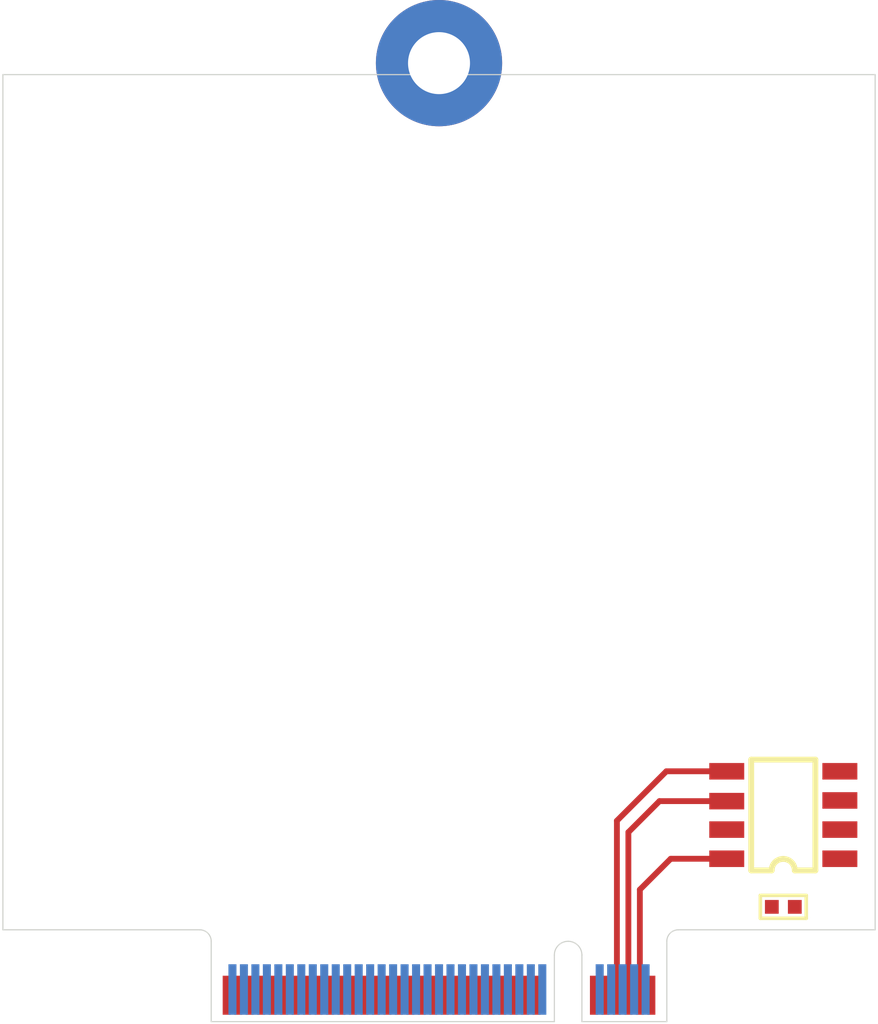
<source format=kicad_pcb>
(kicad_pcb (version 20240108) (generator "pcbnew") (generator_version "8.0")
  (layers (0 "F.Cu" signal "Top Layer") (31 "B.Cu" signal "Bottom Layer") (34 "B.Paste" user "Bottom Paste") (35 "F.Paste" user "Top Paste") (36 "B.SilkS" user "Bottom Overlay") (37 "F.SilkS" user "Top Overlay") (38 "B.Mask" user "Bottom Solder") (39 "F.Mask" user "Top Solder") (44 "Edge.Cuts" user))
  (net 0 "")
  (net 1 "VTREF")
  (net 2 "VIN")
  (net 3 "TRACED3")
  (net 4 "TRACED2")
  (net 5 "TRACED1")
  (net 6 "TRACED0")
  (net 7 "TRACECLK")
  (net 8 "NRST")
  (net 9 "JTMS")
  (net 10 "JTDO")
  (net 11 "JTDI")
  (net 12 "JTCK")
  (net 13 "GPIO7")
  (net 14 "GPIO6")
  (net 15 "GPIO5")
  (net 16 "GPIO4")
  (net 17 "GPIO3")
  (net 18 "GPIO2")
  (net 19 "GPIO1")
  (net 20 "GPIO0")
  (net 21 "D_P")
  (net 22 "D_N")
  (net 23 "GND")
  (net 24 "MGMT_SCL")
  (net 25 "MGMT_SDA")
  (net 26 "VMGMT")
  (footprint "misc.IntLib:0402" (layer "F.Cu") (at 163.5011 120.6286 180)
    (property "Reference" "C1" (hide yes))
    (property "Value" "100nF" (hide yes))
    (fp_line (start 1 0.5) (end -1 0.5) (stroke (width 0.1524)) (layer "F.SilkS"))
    (fp_line (start 1 -0.5) (end 1 0.5) (stroke (width 0.1524)) (layer "F.SilkS"))
    (fp_line (start 1 -0.5) (end -1 -0.5) (stroke (width 0.1524)) (layer "F.SilkS"))
    (fp_line (start -1 -0.5) (end -1 0.5) (stroke (width 0.1524)) (layer "F.SilkS"))
    (pad "1" smd rect (at -0.5 0 180) (size 0.6 0.6) (layers "F.Cu" "F.Paste" "F.Mask") (net 23 "GND"))
    (pad "2" smd rect (at 0.5 0 180) (size 0.6 0.6) (layers "F.Cu" "F.Paste" "F.Mask") (net 26 "VMGMT"))
  )
  (footprint "" (layer "F.Cu") (at 148.5011 83.8786)
    (property "Reference" "" (at 0 0 0) (layer "F.SilkS") (effects (font (size 1.27 1.27))))
    (property "Value" "")
    (pad "" thru_hole circle (at 0 0) (size 5.5 5.5) (drill 2.7) (layers "*.Cu" "*.Mask"))
  )
  (footprint "misc.IntLib:M.2_B_EDGE" (layer "F.Cu") (at 148.5011 121.6286)
    (property "Reference" "P1" (hide yes))
    (property "Value" "M.2_B" (hide yes))
    (pad "1" smd rect (at 9.25 2.85 180) (size 0.35 1.7) (layers "F.Cu" "F.Paste" "F.Mask") (net 23 "GND"))
    (pad "2" smd rect (at 9 2.6 180) (size 0.35 2.2) (layers "B.Cu" "B.Paste" "B.Mask") (net 23 "GND"))
    (pad "3" smd rect (at 8.75 2.85 180) (size 0.35 1.7) (layers "F.Cu" "F.Paste" "F.Mask") (net 26 "VMGMT"))
    (pad "4" smd rect (at 8.5 2.6 180) (size 0.35 2.2) (layers "B.Cu" "B.Paste" "B.Mask") (net 2 "VIN"))
    (pad "5" smd rect (at 8.25 2.85 180) (size 0.35 1.7) (layers "F.Cu" "F.Paste" "F.Mask") (net 24 "MGMT_SCL"))
    (pad "6" smd rect (at 8 2.6 180) (size 0.35 2.2) (layers "B.Cu" "B.Paste" "B.Mask") (net 2 "VIN"))
    (pad "7" smd rect (at 7.75 2.85 180) (size 0.35 1.7) (layers "F.Cu" "F.Paste" "F.Mask") (net 25 "MGMT_SDA"))
    (pad "8" smd rect (at 7.5 2.6 180) (size 0.35 2.2) (layers "B.Cu" "B.Paste" "B.Mask") (net 1 "VTREF"))
    (pad "9" smd rect (at 7.25 2.85 180) (size 0.35 1.7) (layers "F.Cu" "F.Paste" "F.Mask"))
    (pad "10" smd rect (at 7 2.6 180) (size 0.35 2.2) (layers "B.Cu" "B.Paste" "B.Mask") (net 23 "GND"))
    (pad "11" smd rect (at 6.75 2.85 180) (size 0.35 1.7) (layers "F.Cu" "F.Paste" "F.Mask") (net 23 "GND"))
    (pad "20" smd rect (at 4.5 2.6 180) (size 0.35 2.2) (layers "B.Cu" "B.Paste" "B.Mask") (net 23 "GND"))
    (pad "21" smd rect (at 4.25 2.85 180) (size 0.35 1.7) (layers "F.Cu" "F.Paste" "F.Mask") (net 23 "GND"))
    (pad "22" smd rect (at 4 2.6 180) (size 0.35 2.2) (layers "B.Cu" "B.Paste" "B.Mask") (net 7 "TRACECLK"))
    (pad "23" smd rect (at 3.75 2.85 180) (size 0.35 1.7) (layers "F.Cu" "F.Paste" "F.Mask") (net 9 "JTMS"))
    (pad "24" smd rect (at 3.5 2.6 180) (size 0.35 2.2) (layers "B.Cu" "B.Paste" "B.Mask") (net 6 "TRACED0"))
    (pad "25" smd rect (at 3.25 2.85 180) (size 0.35 1.7) (layers "F.Cu" "F.Paste" "F.Mask") (net 12 "JTCK"))
    (pad "26" smd rect (at 3 2.6 180) (size 0.35 2.2) (layers "B.Cu" "B.Paste" "B.Mask") (net 5 "TRACED1"))
    (pad "27" smd rect (at 2.75 2.85 180) (size 0.35 1.7) (layers "F.Cu" "F.Paste" "F.Mask") (net 10 "JTDO"))
    (pad "28" smd rect (at 2.5 2.6 180) (size 0.35 2.2) (layers "B.Cu" "B.Paste" "B.Mask") (net 4 "TRACED2"))
    (pad "29" smd rect (at 2.25 2.85 180) (size 0.35 1.7) (layers "F.Cu" "F.Paste" "F.Mask") (net 11 "JTDI"))
    (pad "30" smd rect (at 2 2.6 180) (size 0.35 2.2) (layers "B.Cu" "B.Paste" "B.Mask") (net 3 "TRACED3"))
    (pad "31" smd rect (at 1.75 2.85 180) (size 0.35 1.7) (layers "F.Cu" "F.Paste" "F.Mask") (net 8 "NRST"))
    (pad "32" smd rect (at 1.5 2.6 180) (size 0.35 2.2) (layers "B.Cu" "B.Paste" "B.Mask") (net 23 "GND"))
    (pad "33" smd rect (at 1.25 2.85 180) (size 0.35 1.7) (layers "F.Cu" "F.Paste" "F.Mask") (net 23 "GND"))
    (pad "34" smd rect (at 1 2.6 180) (size 0.35 2.2) (layers "B.Cu" "B.Paste" "B.Mask") (net 21 "D_P"))
    (pad "35" smd rect (at 0.75 2.85 180) (size 0.35 1.7) (layers "F.Cu" "F.Paste" "F.Mask"))
    (pad "36" smd rect (at 0.5 2.6 180) (size 0.35 2.2) (layers "B.Cu" "B.Paste" "B.Mask") (net 22 "D_N"))
    (pad "37" smd rect (at 0.25 2.85 180) (size 0.35 1.7) (layers "F.Cu" "F.Paste" "F.Mask"))
    (pad "38" smd rect (at 0 2.6 180) (size 0.35 2.2) (layers "B.Cu" "B.Paste" "B.Mask") (net 23 "GND"))
    (pad "39" smd rect (at -0.25 2.85 180) (size 0.35 1.7) (layers "F.Cu" "F.Paste" "F.Mask") (net 23 "GND"))
    (pad "40" smd rect (at -0.5 2.6 180) (size 0.35 2.2) (layers "B.Cu" "B.Paste" "B.Mask") (net 20 "GPIO0"))
    (pad "41" smd rect (at -0.75 2.85 180) (size 0.35 1.7) (layers "F.Cu" "F.Paste" "F.Mask"))
    (pad "42" smd rect (at -1 2.6 180) (size 0.35 2.2) (layers "B.Cu" "B.Paste" "B.Mask") (net 19 "GPIO1"))
    (pad "43" smd rect (at -1.25 2.85 180) (size 0.35 1.7) (layers "F.Cu" "F.Paste" "F.Mask"))
    (pad "44" smd rect (at -1.5 2.6 180) (size 0.35 2.2) (layers "B.Cu" "B.Paste" "B.Mask") (net 18 "GPIO2"))
    (pad "45" smd rect (at -1.75 2.85 180) (size 0.35 1.7) (layers "F.Cu" "F.Paste" "F.Mask"))
    (pad "46" smd rect (at -2 2.6 180) (size 0.35 2.2) (layers "B.Cu" "B.Paste" "B.Mask") (net 17 "GPIO3"))
    (pad "47" smd rect (at -2.25 2.85 180) (size 0.35 1.7) (layers "F.Cu" "F.Paste" "F.Mask"))
    (pad "48" smd rect (at -2.5 2.6 180) (size 0.35 2.2) (layers "B.Cu" "B.Paste" "B.Mask") (net 16 "GPIO4"))
    (pad "49" smd rect (at -2.75 2.85 180) (size 0.35 1.7) (layers "F.Cu" "F.Paste" "F.Mask"))
    (pad "50" smd rect (at -3 2.6 180) (size 0.35 2.2) (layers "B.Cu" "B.Paste" "B.Mask") (net 15 "GPIO5"))
    (pad "51" smd rect (at -3.25 2.85 180) (size 0.35 1.7) (layers "F.Cu" "F.Paste" "F.Mask"))
    (pad "52" smd rect (at -3.5 2.6 180) (size 0.35 2.2) (layers "B.Cu" "B.Paste" "B.Mask") (net 14 "GPIO6"))
    (pad "53" smd rect (at -3.75 2.85 180) (size 0.35 1.7) (layers "F.Cu" "F.Paste" "F.Mask"))
    (pad "54" smd rect (at -4 2.6 180) (size 0.35 2.2) (layers "B.Cu" "B.Paste" "B.Mask") (net 13 "GPIO7"))
    (pad "55" smd rect (at -4.25 2.85 180) (size 0.35 1.7) (layers "F.Cu" "F.Paste" "F.Mask"))
    (pad "56" smd rect (at -4.5 2.6 180) (size 0.35 2.2) (layers "B.Cu" "B.Paste" "B.Mask") (net 23 "GND"))
    (pad "57" smd rect (at -4.75 2.85 180) (size 0.35 1.7) (layers "F.Cu" "F.Paste" "F.Mask") (net 23 "GND"))
    (pad "58" smd rect (at -5 2.6 180) (size 0.35 2.2) (layers "B.Cu" "B.Paste" "B.Mask"))
    (pad "59" smd rect (at -5.25 2.85 180) (size 0.35 1.7) (layers "F.Cu" "F.Paste" "F.Mask"))
    (pad "60" smd rect (at -5.5 2.6 180) (size 0.35 2.2) (layers "B.Cu" "B.Paste" "B.Mask"))
    (pad "61" smd rect (at -5.75 2.85 180) (size 0.35 1.7) (layers "F.Cu" "F.Paste" "F.Mask"))
    (pad "62" smd rect (at -6 2.6 180) (size 0.35 2.2) (layers "B.Cu" "B.Paste" "B.Mask"))
    (pad "63" smd rect (at -6.25 2.85 180) (size 0.35 1.7) (layers "F.Cu" "F.Paste" "F.Mask"))
    (pad "64" smd rect (at -6.5 2.6 180) (size 0.35 2.2) (layers "B.Cu" "B.Paste" "B.Mask"))
    (pad "65" smd rect (at -6.75 2.85 180) (size 0.35 1.7) (layers "F.Cu" "F.Paste" "F.Mask"))
    (pad "66" smd rect (at -7 2.6 180) (size 0.35 2.2) (layers "B.Cu" "B.Paste" "B.Mask"))
    (pad "67" smd rect (at -7.25 2.85 180) (size 0.35 1.7) (layers "F.Cu" "F.Paste" "F.Mask"))
    (pad "68" smd rect (at -7.5 2.6 180) (size 0.35 2.2) (layers "B.Cu" "B.Paste" "B.Mask"))
    (pad "69" smd rect (at -7.75 2.85 180) (size 0.35 1.7) (layers "F.Cu" "F.Paste" "F.Mask"))
    (pad "70" smd rect (at -8 2.6 180) (size 0.35 2.2) (layers "B.Cu" "B.Paste" "B.Mask"))
    (pad "71" smd rect (at -8.25 2.85 180) (size 0.35 1.7) (layers "F.Cu" "F.Paste" "F.Mask"))
    (pad "72" smd rect (at -8.5 2.6 180) (size 0.35 2.2) (layers "B.Cu" "B.Paste" "B.Mask"))
    (pad "73" smd rect (at -8.75 2.85 180) (size 0.35 1.7) (layers "F.Cu" "F.Paste" "F.Mask"))
    (pad "74" smd rect (at -9 2.6 180) (size 0.35 2.2) (layers "B.Cu" "B.Paste" "B.Mask") (net 23 "GND"))
    (pad "75" smd rect (at -9.25 2.85 180) (size 0.35 1.7) (layers "F.Cu" "F.Paste" "F.Mask") (net 23 "GND"))
  )
  (footprint "misc.IntLib:SO8" (layer "F.Cu") (at 163.5011 116.6286 90)
    (property "Reference" "U1" (hide yes))
    (property "Value" "24Cxx" (hide yes))
    (fp_line (start 2.413 -1.397) (end 2.413 1.397) (stroke (width 0.254)) (layer "F.SilkS"))
    (fp_line (start -2.413 -1.397) (end 2.413 -1.397) (stroke (width 0.254)) (layer "F.SilkS"))
    (fp_line (start -2.413 -1.397) (end -2.413 -0.508) (stroke (width 0.254)) (layer "F.SilkS"))
    (fp_line (start -2.413 0.5) (end -2.413 1.397) (stroke (width 0.254)) (layer "F.SilkS"))
    (fp_line (start -2.413 1.397) (end 2.413 1.397) (stroke (width 0.254)) (layer "F.SilkS"))
    (fp_arc (start -2.413 -0.508) (mid -2.059447 -0.361553) (end -1.913 -0.008) (stroke (width 0.254)) (layer "F.SilkS"))
    (fp_arc (start -1.913 0) (mid -2.059447 0.353553) (end -2.413 0.5) (stroke (width 0.254)) (layer "F.SilkS"))
    (pad "1" smd rect (at -1.905 2.4638 90) (size 0.72 1.524) (layers "F.Cu" "F.Paste" "F.Mask"))
    (pad "2" smd rect (at -0.635 2.4638 90) (size 0.72 1.524) (layers "F.Cu" "F.Paste" "F.Mask"))
    (pad "3" smd rect (at 0.635 2.4638 90) (size 0.72 1.524) (layers "F.Cu" "F.Paste" "F.Mask"))
    (pad "4" smd rect (at 1.905 2.4638 90) (size 0.72 1.524) (layers "F.Cu" "F.Paste" "F.Mask") (net 23 "GND"))
    (pad "5" smd rect (at 1.905 -2.4638 270) (size 0.72 1.524) (layers "F.Cu" "F.Paste" "F.Mask") (net 25 "MGMT_SDA"))
    (pad "6" smd rect (at 0.605 -2.4638 270) (size 0.72 1.524) (layers "F.Cu" "F.Paste" "F.Mask") (net 24 "MGMT_SCL"))
    (pad "7" smd rect (at -0.635 -2.4638 270) (size 0.72 1.524) (layers "F.Cu" "F.Paste" "F.Mask"))
    (pad "8" smd rect (at -1.905 -2.4638 270) (size 0.72 1.524) (layers "F.Cu" "F.Paste" "F.Mask") (net 26 "VMGMT"))
  )
  (gr_line (start 129.5011 84.3786) (end 167.5011 84.3786) (stroke (width 0.05)) (layer "Edge.Cuts"))
  (gr_line (start 153.5261 125.6286) (end 138.5761 125.6286) (stroke (width 0.05)) (layer "Edge.Cuts"))
  (gr_line (start 158.4261 125.6286) (end 154.7261 125.6286) (stroke (width 0.05)) (layer "Edge.Cuts"))
  (gr_line (start 167.5011 121.6286) (end 158.9261 121.6286) (stroke (width 0.05)) (layer "Edge.Cuts"))
  (gr_arc (start 138.0761 121.6286) (mid 138.429653 121.775047) (end 138.5761 122.1286) (stroke (width 0.05)) (layer "Edge.Cuts"))
  (gr_line (start 167.5011 84.3786) (end 167.5011 121.6286) (stroke (width 0.05)) (layer "Edge.Cuts"))
  (gr_line (start 158.4261 122.1286) (end 158.4261 125.6286) (stroke (width 0.05)) (layer "Edge.Cuts"))
  (gr_arc (start 154.1261 122.1286) (mid 154.550364 122.304336) (end 154.7261 122.7286) (stroke (width 0.05)) (layer "Edge.Cuts"))
  (gr_line (start 138.0761 121.6286) (end 129.5011 121.6286) (stroke (width 0.05)) (layer "Edge.Cuts"))
  (gr_arc (start 158.4261 122.1286) (mid 158.572547 121.775047) (end 158.9261 121.6286) (stroke (width 0.05)) (layer "Edge.Cuts"))
  (gr_line (start 129.5011 121.6286) (end 129.5011 84.3786) (stroke (width 0.05)) (layer "Edge.Cuts"))
  (gr_line (start 153.5261 122.7286) (end 153.5261 125.6286) (stroke (width 0.05)) (layer "Edge.Cuts"))
  (gr_arc (start 153.5261 122.7286) (mid 153.701836 122.304336) (end 154.1261 122.1286) (stroke (width 0.05)) (layer "Edge.Cuts"))
  (gr_line (start 154.7261 125.6286) (end 154.7261 122.7286) (stroke (width 0.05)) (layer "Edge.Cuts"))
  (gr_line (start 138.5761 125.6286) (end 138.5761 122.1286) (stroke (width 0.05)) (layer "Edge.Cuts"))
  (segment (start 156.7511 117.3786) (end 158.1061 116.0236) (width 0.254) (layer "F.Cu") (net 24))
  (segment (start 158.1061 116.0236) (end 161.0373 116.0236) (width 0.254) (layer "F.Cu") (net 24))
  (segment (start 156.7511 124.4786) (end 156.7511 117.3786) (width 0.254) (layer "F.Cu") (net 24))
  (segment (start 158.4061 114.7236) (end 161.0373 114.7236) (width 0.254) (layer "F.Cu") (net 25))
  (segment (start 156.2511 116.8786) (end 158.4061 114.7236) (width 0.254) (layer "F.Cu") (net 25))
  (segment (start 156.2511 124.4786) (end 156.2511 116.8786) (width 0.254) (layer "F.Cu") (net 25))
  (segment (start 157.2511 124.4786) (end 157.2511 119.8786) (width 0.254) (layer "F.Cu") (net 26))
  (segment (start 157.2511 119.8786) (end 158.5961 118.5336) (width 0.254) (layer "F.Cu") (net 26))
  (segment (start 158.5961 118.5336) (end 161.0373 118.5336) (width 0.254) (layer "F.Cu") (net 26))
)
</source>
